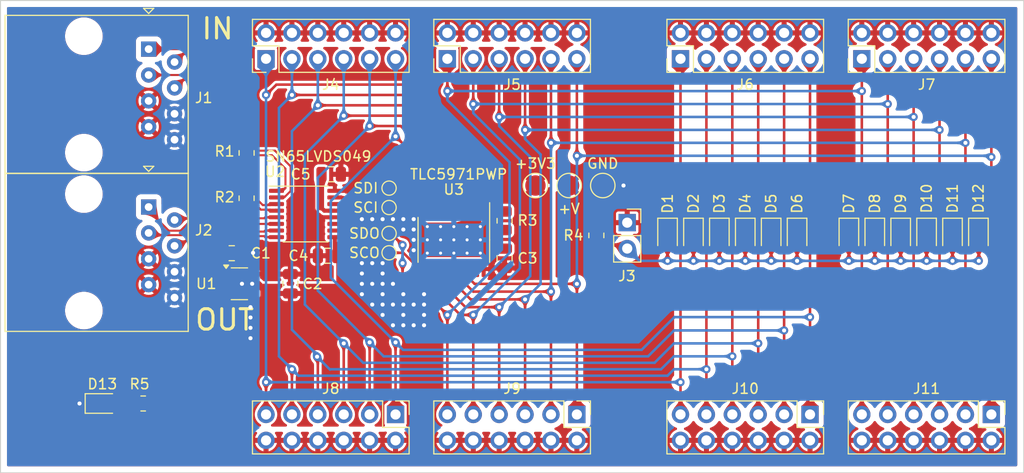
<source format=kicad_pcb>
(kicad_pcb (version 20240108) (generator "pcbnew") (generator_version "8.0")
  (layers (0 "F.Cu" signal) (31 "B.Cu" signal) (34 "B.Paste" user) (35 "F.Paste" user) (36 "B.SilkS" user "B.Silkscreen") (37 "F.SilkS" user "F.Silkscreen") (38 "B.Mask" user) (39 "F.Mask" user) (44 "Edge.Cuts" user))
  (net 0 "")
  (net 1 "+3V3")
  (net 2 "GND")
  (net 3 "Net-(D1-A)")
  (net 4 "/Din_P")
  (net 5 "/Din_N")
  (net 6 "/Cin_P")
  (net 7 "/Cin_N")
  (net 8 "/Dout_N")
  (net 9 "/Dout_P")
  (net 10 "/Cout_N")
  (net 11 "/Cout_P")
  (net 12 "Net-(D2-K)")
  (net 13 "Net-(D3-K)")
  (net 14 "Net-(D4-K)")
  (net 15 "Net-(D5-K)")
  (net 16 "Net-(D6-K)")
  (net 17 "Net-(D7-K)")
  (net 18 "Net-(D8-K)")
  (net 19 "Net-(D9-K)")
  (net 20 "Net-(D10-K)")
  (net 21 "Net-(D1-K)")
  (net 22 "Net-(D11-K)")
  (net 23 "Net-(D12-K)")
  (net 24 "Net-(D13-A)")
  (net 25 "+12V")
  (net 26 "Net-(U3-IREF)")
  (net 28 "Net-(U2-DIN2)")
  (net 29 "Net-(U2-DIN1)")
  (net 30 "Net-(U2-ROUT2)")
  (net 31 "Net-(U2-ROUT1)")
  (footprint "LED_SMD:LED_0805_2012Metric" (layer "F.Cu") (at 162.56 91 -90)
    (property "Reference" "D3")
    (property "Value" "LED")
  )
  (footprint "Capacitor_SMD:C_0805_2012Metric" (layer "F.Cu") (at 141.5 93.25 90)
    (property "Reference" "C3")
    (property "Value" "100nF")
  )
  (footprint "Connector_RJ:RJ45_Amphenol_54602-x08_Horizontal" (layer "F.Cu") (at 106.6 88.2175 -90)
    (property "Reference" "J2")
    (property "Value" "RJ45")
  )
  (footprint "LED_SMD:LED_0805_2012Metric" (layer "F.Cu") (at 185.42 91 -90)
    (property "Reference" "D11")
    (property "Value" "LED")
  )
  (footprint "Capacitor_SMD:C_0805_2012Metric" (layer "F.Cu") (at 124.5 85 180)
    (property "Reference" "C5")
    (property "Value" "4nF")
  )
  (footprint "LED_SMD:LED_0805_2012Metric" (layer "F.Cu") (at 167.64 91 -90)
    (property "Reference" "D5")
    (property "Value" "LED")
  )
  (footprint "Connector_PinSocket_2.54mm:PinSocket_1x02_P2.54mm_Vertical" (layer "F.Cu") (at 153.525 89.75)
    (property "Reference" "J3")
    (property "Value" "Conn_01x02_Pin")
  )
  (footprint "Connector_PinHeader_2.54mm:PinHeader_2x06_P2.54mm_Vertical" (layer "F.Cu") (at 189.23 108.58 -90)
    (property "Reference" "J11")
    (property "Value" "Conn_02x06_Odd_Even" (hide yes))
  )
  (footprint "LED_SMD:LED_0805_2012Metric" (layer "F.Cu") (at 160.02 91 -90)
    (property "Reference" "D2")
    (property "Value" "LED")
  )
  (footprint "TestPoint:TestPoint_Pad_D2.0mm" (layer "F.Cu") (at 144.526 86.106)
    (property "Reference" "+3V3")
    (property "Value" "TestPoint_Pad_D2.0mm")
  )
  (footprint "TestPoint:TestPoint_Pad_D2.0mm" (layer "F.Cu") (at 147.828 86.106)
    (property "Reference" "+V")
    (property "Value" "TestPoint_Pad_D2.0mm")
  )
  (footprint "LED_SMD:LED_0805_2012Metric" (layer "F.Cu") (at 102.0625 107.5)
    (property "Reference" "D13")
    (property "Value" "LED" (hide yes))
  )
  (footprint "Connector_PinHeader_2.54mm:PinHeader_2x06_P2.54mm_Vertical" (layer "F.Cu") (at 135.89 73.665 90)
    (property "Reference" "J5")
    (property "Value" "Conn_02x06_Odd_Even" (hide yes))
  )
  (footprint "Connector_RJ:RJ45_Amphenol_54602-x08_Horizontal" (layer "F.Cu") (at 106.6 72.7175 -90)
    (property "Reference" "J1")
    (property "Value" "RJ45")
  )
  (footprint "Connector_PinHeader_2.54mm:PinHeader_2x06_P2.54mm_Vertical" (layer "F.Cu") (at 176.53 73.665 90)
    (property "Reference" "J7")
    (property "Value" "Conn_02x06_Odd_Even" (hide yes))
  )
  (footprint "Resistor_SMD:R_0805_2012Metric" (layer "F.Cu") (at 116.205 82.9075 -90)
    (property "Reference" "R1")
    (property "Value" "100")
  )
  (footprint "Connector_PinHeader_2.54mm:PinHeader_2x06_P2.54mm_Vertical" (layer "F.Cu") (at 158.75 73.665 90)
    (property "Reference" "J6")
    (property "Value" "Conn_02x06_Odd_Even" (hide yes))
  )
  (footprint "Connector_PinHeader_2.54mm:PinHeader_2x06_P2.54mm_Vertical" (layer "F.Cu") (at 118.11 73.665 90)
    (property "Reference" "J4")
    (property "Value" "Conn_02x06_Odd_Even" (hide yes))
  )
  (footprint "LED_SMD:LED_0805_2012Metric" (layer "F.Cu") (at 177.8 91 -90)
    (property "Reference" "D8")
    (property "Value" "LED")
  )
  (footprint "LED_SMD:LED_0805_2012Metric" (layer "F.Cu") (at 157.48 91 -90)
    (property "Reference" "D1")
    (property "Value" "LED")
  )
  (footprint "Capacitor_SMD:C_0805_2012Metric" (layer "F.Cu") (at 114.75 92.75)
    (property "Reference" "C1")
    (property "Value" "1uF")
  )
  (footprint "LED_SMD:LED_0805_2012Metric" (layer "F.Cu") (at 175.26 91 -90)
    (property "Reference" "D7")
    (property "Value" "LED")
  )
  (footprint "Resistor_SMD:R_0805_2012Metric" (layer "F.Cu") (at 116.205 87.3525 90)
    (property "Reference" "R2")
    (property "Value" "100")
  )
  (footprint "TestPoint:TestPoint_Pad_D1.0mm" (layer "F.Cu") (at 130.175 88.265)
    (property "Reference" "SCI")
    (property "Value" "TestPoint_Pad_D1.0mm")
  )
  (footprint "Connector_PinHeader_2.54mm:PinHeader_2x06_P2.54mm_Vertical" (layer "F.Cu") (at 130.81 108.58 -90)
    (property "Reference" "J8")
    (property "Value" "Conn_02x06_Odd_Even" (hide yes))
  )
  (footprint "Connector_PinHeader_2.54mm:PinHeader_2x06_P2.54mm_Vertical" (layer "F.Cu") (at 171.45 108.58 -90)
    (property "Reference" "J10")
    (property "Value" "Conn_02x06_Odd_Even" (hide yes))
  )
  (footprint "TestPoint:TestPoint_Pad_D2.0mm" (layer "F.Cu") (at 151.13 86.106)
    (property "Reference" "GND")
    (property "Value" "TestPoint_Pad_D2.0mm")
  )
  (footprint "Capacitor_SMD:C_0805_2012Metric" (layer "F.Cu") (at 120.5 95.75 -90)
    (property "Reference" "C2")
    (property "Value" "10uF")
  )
  (footprint "Resistor_SMD:R_0805_2012Metric" (layer "F.Cu") (at 141.5 89.565 -90)
    (property "Reference" "R3")
    (property "Value" "2k4")
  )
  (footprint "TestPoint:TestPoint_Pad_D1.0mm" (layer "F.Cu") (at 130.175 90.805)
    (property "Reference" "SDO")
    (property "Value" "TestPoint_Pad_D1.0mm")
  )
  (footprint "Package_TO_SOT_SMD:SOT-23-5" (layer "F.Cu") (at 115.5 95.75)
    (property "Reference" "U1")
    (property "Value" "LP2985-33DBVR")
  )
  (footprint "TestPoint:TestPoint_Pad_D1.0mm" (layer "F.Cu") (at 130.175 86.36)
    (property "Reference" "SDI")
    (property "Value" "TestPoint_Pad_D1.0mm")
  )
  (footprint "Package_SO:HTSSOP-20-1EP_4.4x6.5mm_P0.65mm_EP3.4x6.5mm_Mask2.75x3.43mm_ThermalVias" (layer "F.Cu") (at 136.525 91.44 -90)
    (property "Reference" "U3")
    (property "Value" "TLC5971PWP")
  )
  (footprint "LED_SMD:LED_0805_2012Metric" (layer "F.Cu") (at 165.1 91 -90)
    (property "Reference" "D4")
    (property "Value" "LED")
  )
  (footprint "LED_SMD:LED_0805_2012Metric" (layer "F.Cu") (at 180.34 91 -90)
    (property "Reference" "D9")
    (property "Value" "LED")
  )
  (footprint "LED_SMD:LED_0805_2012Metric" (layer "F.Cu") (at 182.88 91 -90)
    (property "Reference" "D10")
    (property "Value" "LED")
  )
  (footprint "TestPoint:TestPoint_Pad_D1.0mm" (layer "F.Cu") (at 130.175 92.71)
    (property "Reference" "SCO")
    (property "Value" "TestPoint_Pad_D1.0mm")
  )
  (footprint "Capacitor_SMD:C_0805_2012Metric" (layer "F.Cu") (at 124.145 93)
    (property "Reference" "C4")
    (property "Value" "100nF")
  )
  (footprint "Connector_PinHeader_2.54mm:PinHeader_2x06_P2.54mm_Vertical" (layer "F.Cu") (at 148.59 108.58 -90)
    (property "Reference" "J9")
    (property "Value" "Conn_02x06_Odd_Even" (hide yes))
  )
  (footprint "Package_SO:TSSOP-16_4.4x5mm_P0.65mm" (layer "F.Cu") (at 121.995 88.9)
    (property "Reference" "U2")
    (property "Value" "SN65LVDS049")
  )
  (footprint "LED_SMD:LED_0805_2012Metric" (layer "F.Cu") (at 170.18 91 -90)
    (property "Reference" "D6")
    (property "Value" "LED")
  )
  (footprint "LED_SMD:LED_0805_2012Metric" (layer "F.Cu") (at 187.96 91 -90)
    (property "Reference" "D12")
    (property "Value" "LED")
  )
  (footprint "Resistor_SMD:R_0805_2012Metric" (layer "F.Cu") (at 106.065 107.5 180)
    (property "Reference" "R5")
    (property "Value" "2k")
  )
  (footprint "Resistor_SMD:R_0805_2012Metric" (layer "F.Cu") (at 150.5 91 90)
    (property "Reference" "R4")
    (property "Value" "0")
  )
  (gr_line (start 92.075 67.945) (end 92.71 67.945) (stroke (width 0.1)) (layer "Edge.Cuts"))
  (gr_line (start 192.405 114.3) (end 92.075 114.3) (stroke (width 0.1)) (layer "Edge.Cuts"))
  (gr_line (start 192.405 67.945) (end 192.405 114.3) (stroke (width 0.1)) (layer "Edge.Cuts"))
  (gr_line (start 92.075 114.3) (end 92.075 67.945) (stroke (width 0.1)) (layer "Edge.Cuts"))
  (gr_line (start 92.71 67.945) (end 192.405 67.945) (stroke (width 0.1)) (layer "Edge.Cuts"))
  (gr_text "IN" (at 111.633 71.882 0) (layer "F.SilkS") (effects (font (size 2 2) (thickness 0.3) (bold yes)) (justify left bottom)))
  (gr_text "OUT" (at 110.998 100.457 0) (layer "F.SilkS") (effects (font (size 2 2) (thickness 0.3) (bold yes)) (justify left bottom)))
  (segment (start 141.3975 94.3025) (end 141.5 94.2) (width 0.25) (layer "F.Cu") (net 1))
  (segment (start 124.8575 91.175) (end 124.8575 92.7625) (width 0.4) (layer "F.Cu") (net 2))
  (segment (start 138.8 89.815) (end 139.125 90.14) (width 0.25) (layer "F.Cu") (net 2))
  (segment (start 139.125 90.14) (end 139.125 90.4775) (width 0.25) (layer "F.Cu") (net 2))
  (segment (start 139.125 90.4775) (end 141.605 90.4775) (width 0.4) (layer "F.Cu") (net 2))
  (segment (start 153.162 86.106) (end 151.13 86.106) (width 0.4) (layer "F.Cu") (net 2))
  (segment (start 123.825 88.575) (end 124.8575 88.575) (width 0.4) (layer "F.Cu") (net 2))
  (segment (start 115.575 95.925) (end 115.75 95.75) (width 0.4) (layer "F.Cu") (net 2))
  (segment (start 116.5 98) (end 116.493026 98) (width 0.4) (layer "F.Cu") (net 2))
  (segment (start 109.1725 94.6) (end 109.14 94.5675) (width 0.25) (layer "F.Cu") (net 2))
  (segment (start 116.493026 98) (end 115.575 97.081974) (width 0.4) (layer "F.Cu") (net 2))
  (segment (start 123.5 88.25) (end 123.825 88.575) (width 0.4) (layer "F.Cu") (net 2))
  (segment (start 124.8575 92.7625) (end 125.095 93) (width 0.4) (layer "F.Cu") (net 2))
  (segment (start 116.75 95.75) (end 117.34 95.75) (width 0.6) (layer "F.Cu") (net 2))
  (segment (start 115.575 97.081974) (end 115.575 95.925) (width 0.4) (layer "F.Cu") (net 2))
  (segment (start 115.5 95.5) (end 115.5 92.95) (width 0.5) (layer "F.Cu") (net 2))
  (segment (start 116.84 92.71) (end 115.74 92.71) (width 0.5) (layer "F.Cu") (net 2))
  (segment (start 139.125 92.3) (end 141.5 92.3) (width 0.4) (layer "F.Cu") (net 2))
  (segment (start 123.5 85.05) (end 123.5 88.25) (width 0.6) (layer "F.Cu") (net 2))
  (segment (start 117.34 95.75) (end 117.856 96.266) (width 0.6) (layer "F.Cu") (net 2))
  (segment (start 123.55 85) (end 123.5 85.05) (width 0.6) (layer "F.Cu") (net 2))
  (segment (start 115.75 95.75) (end 116.75 95.75) (width 0.6) (layer "F.Cu") (net 2))
  (segment (start 115.5 92.95) (end 115.7 92.75) (width 0.5) (layer "F.Cu") (net 2))
  (segment (start 115.74 92.71) (end 115.7 92.75) (width 0.4) (layer "F.Cu") (net 2))
  (segment (start 101.125 107.5) (end 99.822 107.5) (width 0.25) (layer "F.Cu") (net 2))
  (segment (start 138.8 88.5775) (end 138.8 89.815) (width 0.25) (layer "F.Cu") (net 2))
  (segment (start 125.1 93.005) (end 125.095 93) (width 0.25) (layer "F.Cu") (net 2))
  (segment (start 114.3625 95.75) (end 115.75 95.75) (width 0.6) (layer "F.Cu") (net 2))
  (segment (start 139.125 92.74) (end 139.125 92.3) (width 0.25) (layer "F.Cu") (net 2))
  (via (at 129.54 95.758) (size 0.8) (drill 0.4) (layers "F.Cu" "B.Cu") (net 2))
  (via (at 116.84 92.71) (size 0.8) (drill 0.4) (layers "F.Cu" "B.Cu") (net 2))
  (via (at 131.572 97.79) (size 0.8) (drill 0.4) (layers "F.Cu" "B.Cu") (net 2))
  (via (at 128.524 97.79) (size 0.8) (drill 0.4) (layers "F.Cu" "B.Cu") (net 2))
  (via (at 127.508 93.726) (size 0.8) (drill 0.4) (layers "F.Cu" "B.Cu") (net 2))
  (via (at 132.588 99.822) (size 0.8) (drill 0.4) (layers "F.Cu" "B.Cu") (net 2))
  (via (at 130.556 95.758) (size 0.8) (drill 0.4) (layers "F.Cu" "B.Cu") (net 2))
  (via (at 127.508 94.742) (size 0.8) (drill 0.4) (layers "F.Cu" "B.Cu") (net 2))
  (via (at 131.572 98.806) (size 0.8) (drill 0.4) (layers "F.Cu" "B.Cu") (net 2))
  (via (at 116.586 101.092) (size 0.8) (drill 0.4) (layers "F.Cu" "B.Cu") (net 2))
  (via (at 116.586 99.06) (size 0.8) (drill 0.4) (layers "F.Cu" "B.Cu") (net 2))
  (via (at 129.54 97.79) (size 0.8) (drill 0.4) (layers "F.Cu" "B.Cu") (net 2))
  (via (at 127.508 89.408) (size 0.8) (drill 0.4) (layers "F.Cu" "B.Cu") (net 2))
  (via (at 129.54 94.742) (size 0.8) (drill 0.4) (layers "F.Cu" "B.Cu") (net 2))
  (via (at 130.556 99.822) (size 0.8) (drill 0.4) (layers "F.Cu" "B.Cu") (net 2))
  (via (at 131.572 99.822) (size 0.8) (drill 0.4) (layers "F.Cu" "B.Cu") (net 2))
  (via (at 127.508 96.774) (size 0.8) (drill 0.4) (layers "F.Cu" "B.Cu") (net 2))
  (via (at 131.572 89.408) (size 0.8) (drill 0.4) (layers "F.Cu" "B.Cu") (net 2))
  (via (at 133.604 97.79) (size 0.8) (drill 0.4) (layers "F.Cu" "B.Cu") (net 2))
  (via (at 128.524 95.758) (size 0.8) (drill 0.4) (layers "F.Cu" "B.Cu") (net 2))
  (via (at 133.604 98.806) (size 0.8) (drill 0.4) (layers "F.Cu" "B.Cu") (net 2))
  (via (at 129.54 98.806) (size 0.8) (drill 0.4) (layers "F.Cu" "B.Cu") (net 2))
  (via (at 127.508 95.758) (size 0.8) (drill 0.4) (layers "F.Cu" "B.Cu") (net 2))
  (via (at 99.822 107.5) (size 0.8) (drill 0.4) (layers "F.Cu" "B.Cu") (net 2))
  (via (at 130.556 97.79) (size 0.8) (drill 0.4) (layers "F.Cu" "B.Cu") (net 2))
  (via (at 133.604 96.774) (size 0.8) (drill 0.4) (layers "F.Cu" "B.Cu") (net 2))
  (via (at 116.75 95.75) (size 0.8) (drill 0.4) (layers "F.Cu" "B.Cu") (net 2))
  (via (at 129.54 96.774) (size 0.8) (drill 0.4) (layers "F.Cu" "B.Cu") (net 2))
  (via (at 133.604 99.822) (size 0.8) (drill 0.4) (layers "F.Cu" "B.Cu") (net 2))
  (via (at 129.54 93.726) (size 0.8) (drill 0.4) (layers "F.Cu" "B.Cu") (net 2))
  (via (at 132.588 92.456) (size 0.8) (drill 0.4) (layers "F.Cu" "B.Cu") (net 2))
  (via (at 128.524 89.408) (size 0.8) (drill 0.4) (layers "F.Cu" "B.Cu") (net 2))
  (via (at 153.162 86.106) (size 0.8) (drill 0.4) (layers "F.Cu" "B.Cu") (net 2))
  (via (at 131.572 96.774) (size 0.8) (drill 0.4) (layers "F.Cu" "B.Cu") (net 2))
  (via (at 116.586 100.076) (size 0.8) (drill 0.4) (layers "F.Cu" "B.Cu") (net 2))
  (via (at 128.524 93.726) (size 0.8) (drill 0.4) (layers "F.Cu" "B.Cu") (net 2))
  (via (at 116.586 98.044) (size 0.8) (drill 0.4) (layers "F.Cu" "B.Cu") (net 2))
  (via (at 115.75 95.75) (size 0.8) (drill 0.4) (layers "F.Cu" "B.Cu") (net 2))
  (via (at 130.556 89.408) (size 0.8) (drill 0.4) (layers "F.Cu" "B.Cu") (net 2))
  (via (at 131.572 90.424) (size 0.8) (drill 0.4) (layers "F.Cu" "B.Cu") (net 2))
  (via (at 132.588 97.79) (size 0.8) (drill 0.4) (layers "F.Cu" "B.Cu") (net 2))
  (via (at 132.588 91.44) (size 0.8) (drill 0.4) (layers "F.Cu" "B.Cu") (net 2))
  (via (at 129.54 89.408) (size 0.8) (drill 0.4) (layers "F.Cu" "B.Cu") (net 2))
  (via (at 132.588 90.424) (size 0.8) (drill 0.4) (layers "F.Cu" "B.Cu") (net 2))
  (via (at 132.588 89.408) (size 0.8) (drill 0.4) (layers "F.Cu" "B.Cu") (net 2))
  (segment (start 157.48 93.5) (end 157.48 91.9375) (width 0.25) (layer "F.Cu") (net 3))
  (segment (start 175.26 93.5) (end 175.26 91.9375) (width 0.25) (layer "F.Cu") (net 3))
  (segment (start 160.02 93.5) (end 160.02 91.9375) (width 0.25) (layer "F.Cu") (net 3))
  (segment (start 188 91.9775) (end 187.96 91.9375) (width 0.25) (layer "F.Cu") (net 3))
  (segment (start 180.34 93.5) (end 180.34 91.9375) (width 0.25) (layer "F.Cu") (net 3))
  (segment (start 167.64 93.5) (end 167.64 91.9375) (width 0.25) (layer "F.Cu") (net 3))
  (segment (start 150.5 91.9125) (end 153.1475 91.9125) (width 0.25) (layer "F.Cu") (net 3))
  (segment (start 185.42 93.5) (end 185.42 91.9375) (width 0.25) (layer "F.Cu") (net 3))
  (segment (start 182.88 93.5) (end 182.88 91.9375) (width 0.25) (layer "F.Cu") (net 3))
  (segment (start 177.8 93.5) (end 177.8 91.9375) (width 0.25) (layer "F.Cu") (net 3))
  (segment (start 162.56 93.5) (end 162.56 91.9375) (width 0.25) (layer "F.Cu") (net 3))
  (segment (start 165.1 93.5) (end 165.1 91.9375) (width 0.25) (layer "F.Cu") (net 3))
  (segment (start 153.1475 91.9125) (end 153.525 92.29) (width 0.25) (layer "F.Cu") (net 3))
  (segment (start 170.18 93.5) (end 170.18 91.9375) (width 0.25) (layer "F.Cu") (net 3))
  (segment (start 188 93.5) (end 188 91.9775) (width 0.25) (layer "F.Cu") (net 3))
  (via (at 167.64 93.5) (size 0.8) (drill 0.4) (layers "F.Cu" "B.Cu") (net 3))
  (via (at 170.18 93.5) (size 0.8) (drill 0.4) (layers "F.Cu" "B.Cu") (net 3))
  (via (at 162.56 93.5) (size 0.8) (drill 0.4) (layers "F.Cu" "B.Cu") (net 3))
  (via (at 182.88 93.5) (size 0.8) (drill 0.4) (layers "F.Cu" "B.Cu") (net 3))
  (via (at 177.8 93.5) (size 0.8) (drill 0.4) (layers "F.Cu" "B.Cu") (net 3))
  (via (at 160.02 93.5) (size 0.8) (drill 0.4) (layers "F.Cu" "B.Cu") (net 3))
  (via (at 165.1 93.5) (size 0.8) (drill 0.4) (layers "F.Cu" "B.Cu") (net 3))
  (via (at 175.26 93.5) (size 0.8) (drill 0.4) (layers "F.Cu" "B.Cu") (net 3))
  (via (at 188 93.5) (size 0.8) (drill 0.4) (layers "F.Cu" "B.Cu") (net 3))
  (via (at 180.34 93.5) (size 0.8) (drill 0.4) (layers "F.Cu" "B.Cu") (net 3))
  (via (at 185.42 93.5) (size 0.8) (drill 0.4) (layers "F.Cu" "B.Cu") (net 3))
  (via (at 157.48 93.5) (size 0.8) (drill 0.4) (layers "F.Cu" "B.Cu") (net 3))
  (segment (start 154.735 93.5) (end 157.48 93.5) (width 0.25) (layer "B.Cu") (net 3))
  (segment (start 170.18 93.5) (end 175.26 93.5) (width 0.25) (layer "B.Cu") (net 3))
  (segment (start 167.64 93.5) (end 170.18 93.5) (width 0.25) (layer "B.Cu") (net 3))
  (segment (start 182.88 93.5) (end 185.42 93.5) (width 0.25) (layer "B.Cu") (net 3))
  (segment (start 185.42 93.5) (end 188 93.5) (width 0.25) (layer "B.Cu") (net 3))
  (segment (start 165.1 93.5) (end 167.64 93.5) (width 0.25) (layer "B.Cu") (net 3))
  (segment (start 177.8 93.5) (end 180.34 93.5) (width 0.25) (layer "B.Cu") (net 3))
  (segment (start 162.56 93.5) (end 165.1 93.5) (width 0.25) (layer "B.Cu") (net 3))
  (segment (start 153.525 92.29) (end 154.735 93.5) (width 0.25) (layer "B.Cu") (net 3))
  (segment (start 175.26 93.5) (end 177.8 93.5) (width 0.25) (layer "B.Cu") (net 3))
  (segment (start 160.02 93.5) (end 162.56 93.5) (width 0.25) (layer "B.Cu") (net 3))
  (segment (start 157.48 93.5) (end 160.02 93.5) (width 0.25) (layer "B.Cu") (net 3))
  (segment (start 180.34 93.5) (end 182.88 93.5) (width 0.25) (layer "B.Cu") (net 3))
  (segment (start 110.916821 72.7175) (end 113.566693 75.367372) (width 0.2) (layer "F.Cu") (net 4))
  (segment (start 116.205 81.995) (end 116.3925 81.995) (width 0.2) (layer "F.Cu") (net 4))
  (segment (start 114.6237 82.6825) (end 115.33 82.6825) (width 0.2) (layer "F.Cu") (net 4))
  (segment (start 118.980391 82.6825) (end 120.523 84.225109) (width 0.2) (layer "F.Cu") (net 4))
  (segment (start 117.08 82.6825) (end 118.980391 82.6825) (width 0.2) (layer "F.Cu") (net 4))
  (segment (start 113.566693 75.367372) (end 113.566693 81.625493) (width 0.2) (layer "F.Cu") (net 4))
  (segment (start 120.523 84.225109) (end 120.523 86.6461) (width 0.2) (layer "F.Cu") (net 4))
  (segment (start 116.205 81.995) (end 115.957499 81.995) (width 0.2) (layer "F.Cu") (net 4))
  (segment (start 116.3925 81.995) (end 117.08 82.6825) (width 0.2) (layer "F.Cu") (net 4))
  (segment (start 119.8941 87.275) (end 119.1325 87.275) (width 0.2) (layer "F.Cu") (net 4))
  (segment (start 120.523 86.6461) (end 119.8941 87.275) (width 0.2) (layer "F.Cu") (net 4))
  (segment (start 113.566693 81.625493) (end 114.6237 82.6825) (width 0.2) (layer "F.Cu") (net 4))
  (segment (start 115.33 82.6825) (end 116.0175 81.995) (width 0.2) (layer "F.Cu") (net 4))
  (segment (start 106.6 72.7175) (end 110.916821 72.7175) (width 0.2) (layer "F.Cu") (net 4))
  (segment (start 116.0175 81.995) (end 116.205 81.995) (width 0.2) (layer "F.Cu") (net 4))
  (segment (start 117.08 83.1325) (end 118.6925 83.1325) (width 0.2) (layer "F.Cu") (net 5))
  (segment (start 113.116693 81.811893) (end 114.4373 83.1325) (width 0.2) (layer "F.Cu") (net 5))
  (segment (start 116.205 83.82) (end 115.951 83.82) (width 0.2) (layer "F.Cu") (net 5))
  (segment (start 109.959999 73.167501) (end 110.730422 73.167501) (width 0.2) (layer "F.Cu") (net 5))
  (segment (start 113.116693 75.553772) (end 113.116693 81.811893) (width 0.2) (layer "F.Cu") (net 5))
  (segment (start 118.6925 83.1325) (end 120.015 84.455) (width 0.2) (layer "F.Cu") (net 5))
  (segment (start 120.015 86.36) (end 119.75 86.625) (width 0.2) (layer "F.Cu") (net 5))
  (segment (start 116.0175 83.82) (end 116.205 83.82) (width 0.2) (layer "F.Cu") (net 5))
  (segment (start 116.205 83.82) (end 116.3925 83.82) (width 0.2) (layer "F.Cu") (net 5))
  (segment (start 116.3925 83.82) (end 117.08 83.1325) (width 0.2) (layer "F.Cu") (net 5))
  (segment (start 115.33 83.1325) (end 116.0175 83.82) (width 0.2) (layer "F.Cu") (net 5))
  (segment (start 109.14 73.9875) (end 109.959999 73.167501) (width 0.2) (layer "F.Cu") (net 5))
  (segment (start 110.730422 73.167501) (end 113.116693 75.553772) (width 0.2) (layer "F.Cu") (net 5))
  (segment (start 114.4373 83.1325) (end 115.33 83.1325) (width 0.2) (layer "F.Cu") (net 5))
  (segment (start 120.015 84.455) (end 120.015 86.36) (width 0.2) (layer "F.Cu") (net 5))
  (segment (start 119.75 86.625) (end 119.1325 86.625) (width 0.2) (layer "F.Cu") (net 5))
  (segment (start 117.393603 88.265) (end 116.205 88.265) (width 0.2) (layer "F.Cu") (net 6))
  (segment (start 116.515 88.575) (end 116.205 88.265) (width 0.25) (layer "F.Cu") (net 6))
  (segment (start 111.662 86.3262) (end 112.9133 87.5775) (width 0.2) (layer "F.Cu") (net 6))
  (segment (start 117.603603 88.475) (end 117.393603 88.265) (width 0.2) (layer "F.Cu") (net 6))
  (segment (start 115.33 87.5775) (end 116.0175 88.265) (width 0.2) (layer "F.Cu") (net 6))
  (segment (start 109.14 76.5275) (end 109.959999 75.707501) (width 0.2) (layer "F.Cu") (net 6))
  (segment (start 116.0175 88.265) (end 116.205 88.265) (width 0.2) (layer "F.Cu") (net 6))
  (segment (start 119.1325 88.575) (end 118.595 88.575) (width 0.2) (layer "F.Cu") (net 6))
  (segment (start 112.9133 87.5775) (end 115.33 87.5775) (width 0.2) (layer "F.Cu") (net 6))
  (segment (start 118.595 88.575) (end 118.495 88.475) (width 0.2) (layer "F.Cu") (net 6))
  (segment (start 110.321301 75.707501) (end 111.662 77.0482) (width 0.2) (layer "F.Cu") (net 6))
  (segment (start 118.495 88.475) (end 117.603603 88.475) (width 0.2) (layer "F.Cu") (net 6))
  (segment (start 111.662 77.0482) (end 111.662 86.3262) (width 0.2) (layer "F.Cu") (net 6))
  (segment (start 109.959999 75.707501) (end 110.321301 75.707501) (width 0.2) (layer "F.Cu") (net 6))
  (segment (start 112.112 86.1398) (end 113.0997 87.1275) (width 0.2) (layer "F.Cu") (net 7))
  (segment (start 115.725 86.44) (end 116.205 86.44) (width 0.25) (layer "F.Cu") (net 7))
  (segment (start 110.5077 75.2575) (end 112.112 76.8618) (width 0.2) (layer "F.Cu") (net 7))
  (segment (start 112.112 76.8618) (end 112.112 86.1398) (width 0.2) (layer "F.Cu") (net 7))
  (segment (start 118.495 88.025) (end 117.79 88.025) (width 0.2) (layer "F.Cu") (net 7))
  (segment (start 113.0997 87.1275) (end 115.33 87.1275) (width 0.2) (layer "F.Cu") (net 7))
  (segment (start 118.595 87.925) (end 118.495 88.025) (width 0.2) (layer "F.Cu") (net 7))
  (segment (start 119.1325 87.925) (end 118.595 87.925) (width 0.2) (layer "F.Cu") (net 7))
  (segment (start 115.33 87.1275) (end 116.0175 86.44) (width 0.2) (layer "F.Cu") (net 7))
  (segment (start 116.0175 86.44) (end 116.205 86.44) (width 0.2) (layer "F.Cu") (net 7))
  (segment (start 106.6 75.2575) (end 110.5077 75.2575) (width 0.2) (layer "F.Cu") (net 7))
  (segment (start 117.79 88.025) (end 116.205 86.44) (width 0.2) (layer "F.Cu") (net 7))
  (segment (start 118.026249 89.225) (end 117.926249 89.325) (width 0.2) (layer "F.Cu") (net 8))
  (segment (start 109.3025 89.325) (end 109.14 89.4875) (width 0.2) (layer "F.Cu") (net 8))
  (segment (start 119.1325 89.225) (end 119.0325 89.325) (width 0.2) (layer "F.Cu") (net 8))
  (segment (start 119.1325 89.225) (end 118.026249 89.225) (width 0.2) (layer "F.Cu") (net 8))
  (segment (start 117.926249 89.325) (end 109.3025 89.325) (width 0.2) (layer "F.Cu") (net 8))
  (segment (start 106.6 88.566) (end 108.5715 90.5375) (width 0.2) (layer "F.Cu") (net 9))
  (segment (start 108.5715 90.5375) (end 109.7275 90.5375) (width 0.2) (layer "F.Cu") (net 9))
  (segment (start 109.7275 90.5375) (end 110.39 89.875) (width 0.2) (layer "F.Cu") (net 9))
  (segment (start 110.39 89.875) (end 119.1325 89.875) (width 0.2) (layer "F.Cu") (net 9))
  (segment (start 106.6 88.2175) (end 106.6 88.566) (width 0.2) (layer "F.Cu") (net 9))
  (segment (start 118.026249 90.525) (end 117.926249 90.625) (width 0.2) (layer "F.Cu") (net 10))
  (segment (start 110.416 90.625) (end 110.0635 90.9775) (width 0.2) (layer "F.Cu") (net 10))
  (segment (start 119.1325 90.525) (end 118.026249 90.525) (width 0.2) (layer "F.Cu") (net 10))
  (segment (start 117.926249 90.625) (end 110.416 90.625) (width 0.2) (layer "F.Cu") (net 10))
  (segment (start 106.82 90.9775) (end 106.6 90.7575) (width 0.2) (layer "F.Cu") (net 10))
  (segment (start 110.0635 90.9775) (end 106.82 90.9775) (width 0.2) (layer "F.Cu") (net 10))
  (segment (start 110.728 91.075) (end 109.7755 92.0275) (width 0.2) (layer "F.Cu") (net 11))
  (segment (start 118.026249 91.175) (end 117.926249 91.075) (width 0.2) (layer "F.Cu") (net 11))
  (segment (start 119.1325 91.175) (end 118.026249 91.175) (width 0.2) (layer "F.Cu") (net 11))
  (segment (start 109.7755 92.0275) (end 109.14 92.0275) (width 0.2) (layer "F.Cu") (net 11))
  (segment (start 117.926249 91.075) (end 110.728 91.075) (width 0.2) (layer "F.Cu") (net 11))
  (segment (start 160.02 90.0625) (end 161.2275 90.0625) (width 0.25) (layer "F.Cu") (net 12))
  (segment (start 120.65 107.95) (end 120.65 104.14) (width 0.25) (layer "F.Cu") (net 12))
  (segment (start 137.5 82.636) (end 137.5 88.5775) (width 0.25) (layer "F.Cu") (net 12))
  (segment (start 161.29 88.9) (end 161.29 74.295) (width 0.25) (layer "F.Cu") (net 12))
  (segment (start 120.65 77.216) (end 132.08 77.216) (width 0.25) (layer "F.Cu") (net 12))
  (segment (start 161.29 107.95) (end 161.29 90) (width 0.25) (layer "F.Cu") (net 12))
  (segment (start 161.2275 90.0625) (end 161.29 90) (width 0.25) (layer "F.Cu") (net 12))
  (segment (start 132.08 77.216) (end 137.5 82.636) (width 0.25) (layer "F.Cu") (net 12))
  (segment (start 161.29 90) (end 161.29 88.9) (width 0.25) (layer "F.Cu") (net 12))
  (via (at 120.65 77.216) (size 0.8) (drill 0.4) (layers "F.Cu" "B.Cu") (net 12))
  (via (at 120.65 104.14) (size 0.8) (drill 0.4) (layers "F.Cu" "B.Cu") (net 12))
  (via (at 161.29 104.14) (size 0.8) (drill 0.4) (layers "F.Cu" "B.Cu") (net 12))
  (segment (start 120.65 104.14) (end 121.285 104.775) (width 0.25) (layer "B.Cu") (net 12))
  (segment (start 121.285 104.775) (end 157.48 104.775) (width 0.25) (layer "B.Cu") (net 12))
  (segment (start 157.48 104.775) (end 158.115 104.14) (width 0.25) (layer "B.Cu") (net 12))
  (segment (start 119.38 78.486) (end 119.38 102.87) (width 0.25) (layer "B.Cu") (net 12))
  (segment (start 158.115 104.14) (end 161.29 104.14) (width 0.25) (layer "B.Cu") (net 12))
  (segment (start 120.65 77.216) (end 119.38 78.486) (width 0.25) (layer "B.Cu") (net 12))
  (segment (start 119.38 102.87) (end 120.65 104.14) (width 0.25) (layer "B.Cu") (net 12))
  (segment (start 120.65 77.216) (end 120.65 74.295) (width 0.25) (layer "B.Cu") (net 12))
  (segment (start 123.19 102.9825) (end 123.115 102.9075) (width 0.25) (layer "F.Cu") (net 13))
  (segment (start 163.83 107.95) (end 163.83 90) (width 0.25) (layer "F.Cu") (net 13))
  (segment (start 163.83 90) (end 163.83 88.9) (width 0.25) (layer "F.Cu") (net 13))
  (segment (start 162.56 90.0625) (end 163.7675 90.0625) (width 0.25) (layer "F.Cu") (net 13))
  (segment (start 123.19 78.486) (end 123.444 78.232) (width 0.25) (layer "F.Cu") (net 13))
  (segment (start 163.7675 90.0625) (end 163.83 90) (width 0.25) (layer "F.Cu") (net 13))
  (segment (start 131.826 78.232) (end 136.85 83.256) (width 0.25) (layer "F.Cu") (net 13))
  (segment (start 123.19 107.95) (end 123.19 102.945) (width 0.25) (layer "F.Cu") (net 13))
  (segment (start 123.444 78.232) (end 131.826 78.232) (width 0.25) (layer "F.Cu") (net 13))
  (segment (start 163.83 88.9) (end 163.83 74.295) (width 0.25) (layer "F.Cu") (net 13))
  (segment (start 136.85 83.256) (end 136.85 88.5775) (width 0.25) (layer "F.Cu") (net 13))
  (segment (start 123.19 78.232) (end 123.19 78.486) (width 0.25) (layer "F.Cu") (net 13))
  (via (at 163.83 102.87) (size 0.8) (drill 0.4) (layers "F.Cu" "B.Cu") (net 13))
  (via (at 123.19 78.232) (size 0.8) (drill 0.4) (layers "F.Cu" "B.Cu") (net 13))
  (via (at 123.115 102.9075) (size 0.8) (drill 0.4) (layers "F.Cu" "B.Cu") (net 13))
  (segment (start 120.65 80.772) (end 120.65 100.255) (width 0.25) (layer "B.Cu") (net 13))
  (segment (start 124.385 104.1775) (end 123.115 102.9075) (width 0.25) (layer "B.Cu") (net 13))
  (segment (start 123.19 74.295) (end 123.19 78.232) (width 0.25) (layer "B.Cu") (net 13))
  (segment (start 156.844651 104.14) (end 124.385 104.14) (width 0.25) (layer "B.Cu") (net 13))
  (segment (start 158.114651 102.87) (end 156.844651 104.14) (width 0.25) (layer "B.Cu") (net 13))
  (segment (start 123.115 102.9075) (end 123.19 102.8325) (width 0.25) (layer "B.Cu") (net 13))
  (segment (start 163.83 102.87) (end 158.114651 102.87) (width 0.25) (layer "B.Cu") (net 13))
  (segment (start 123.19 78.232) (end 120.65 80.772) (width 0.25) (layer "B.Cu") (net 13))
  (segment (start 120.65 100.255) (end 123.19 102.795) (width 0.25) (layer "B.Cu") (net 13))
  (segment (start 166.37 88.9) (end 166.37 74.295) (width 0.25) (layer "F.Cu") (net 14))
  (segment (start 136.2 83.876) (end 136.2 88.5775) (width 0.25) (layer "F.Cu") (net 14))
  (segment (start 165.1 90.0625) (end 166.3075 90.0625) (width 0.25) (layer "F.Cu") (net 14))
  (segment (start 125.73 79.248) (end 131.572 79.248) (width 0.25) (layer "F.Cu") (net 14))
  (segment (start 166.3075 90.0625) (end 166.37 90) (width 0.25) (layer "F.Cu") (net 14))
  (segment (start 166.37 90) (end 166.37 88.9) (width 0.25) (layer "F.Cu") (net 14))
  (segment (start 131.572 79.248) (end 136.2 83.876) (width 0.25) (layer "F.Cu") (net 14))
  (segment (start 166.37 107.95) (end 166.37 90) (width 0.25) (layer "F.Cu") (net 14))
  (segment (start 125.73 107.95) (end 125.73 101.6) (width 0.25) (layer "F.Cu") (net 14))
  (via (at 125.73 79.248) (size 0.8) (drill 0.4) (layers "F.Cu" "B.Cu") (net 14))
  (via (at 166.37 101.6) (size 0.8) (drill 0.4) (layers "F.Cu" "B.Cu") (net 14))
  (via (at 125.73 101.6) (size 0.8) (drill 0.4) (layers "F.Cu" "B.Cu") (net 14))
  (segment (start 121.92 97.79) (end 125.73 101.6) (width 0.25) (layer "B.Cu") (net 14))
  (segment (start 166.37 101.6) (end 158.115 101.6) (width 0.25) (layer "B.Cu") (net 14))
  (segment (start 158.115 101.6) (end 156.21 103.505) (width 0.25) (layer "B.Cu") (net 14))
  (segment (start 127.635 103.505) (end 125.73 101.6) (width 0.25) (layer "B.Cu") (net 14))
  (segment (start 125.73 74.295) (end 125.73 79.248) (width 0.25) (layer "B.Cu") (net 14))
  (segment (start 156.21 103.505) (end 127.635 103.505) (width 0.25) (layer "B.Cu") (net 14))
  (segment (start 121.92 83.058) (end 121.92 97.79) (width 0.25) (layer "B.Cu") (net 14))
  (segment (start 125.73 79.248) (end 121.92 83.058) (width 0.25) (layer "B.Cu") (net 14))
  (segment (start 168.8475 90.0625) (end 168.91 90) (width 0.25) (layer "F.Cu") (net 15))
  (segment (start 131.318 80.264) (end 135.55 84.496) (width 0.25) (layer "F.Cu") (net 15))
  (segment (start 167.64 90.0625) (end 168.8475 90.0625) (width 0.25) (layer "F.Cu") (net 15))
  (segment (start 168.91 90) (end 168.91 107.95) (width 0.25) (layer "F.Cu") (net 15))
  (segment (start 168.91 88.9) (end 168.91 90) (width 0.25) (layer "F.Cu") (net 15))
  (segment (start 128.27 80.264) (end 131.318 80.264) (width 0.25) (layer "F.Cu") (net 15))
  (segment (start 128.27 107.95) (end 128.27 101.5) (width 0.25) (layer "F.Cu") (net 15))
  (segment (start 168.91 74.295) (end 168.91 88.9) (width 0.25) (layer "F.Cu") (net 15))
  (segment (start 135.55 84.496) (end 135.55 88.5775) (width 0.25) (layer "F.Cu") (net 15))
  (via (at 128.27 101.5) (size 0.8) (drill 0.4) (layers "F.Cu" "B.Cu") (net 15))
  (via (at 168.91 100.33) (size 0.8) (drill 0.4) (layers "F.Cu" "B.Cu") (net 15))
  (via (at 128.27 80.264) (size 0.8) (drill 0.4) (layers "F.Cu" "B.Cu") (net 15))
  (segment (start 158.115 100.33) (end 168.91 100.33) (width 0.25) (layer "B.Cu") (net 15))
  (segment (start 128.27 80.264) (end 123.19 85.344) (width 0.25) (layer "B.Cu") (net 15))
  (segment (start 123.19 96.42) (end 128.27 101.5) (width 0.25) (layer "B.Cu") (net 15))
  (segment (start 128.27 101.5) (end 129.64 102.87) (width 0.25) (layer "B.Cu") (net 15))
  (segment (start 128.27 80.264) (end 128.27 74.295) (width 0.25) (layer "B.Cu") (net 15))
  (segment (start 129.64 102.87) (end 155.575 102.87) (width 0.25) (layer "B.Cu") (net 15))
  (segment (start 155.575 102.87) (end 158.115 100.33) (width 0.25) (layer "B.Cu") (net 15))
  (segment (start 123.19 85.344) (end 123.19 96.42) (width 0.25) (layer "B.Cu") (net 15))
  (segment (start 171.3875 90.0625) (end 171.45 90) (width 0.25) (layer "F.Cu") (net 16))
  (segment (start 171.45 88.9) (end 171.45 90) (width 0.25) (layer "F.Cu") (net 16))
  (segment (start 170.18 90.0625) (end 171.3875 90.0625) (width 0.25) (layer "F.Cu") (net 16))
  (segment (start 130.81 81.28) (end 134.9 85.37) (width 0.25) (layer "F.Cu") (net 16))
  (segment (start 134.9 85.37) (end 134.9 88.5775) (width 0.25) (layer "F.Cu") (net 16))
  (segment (start 130.81 107.95) (end 130.81 101.5) (width 0.25) (layer "F.Cu") (net 16))
  (segment (start 171.45 90) (end 171.45 107.95) (width 0.25) (layer "F.Cu") (net 16))
  (segment (start 171.45 74.295) (end 171.45 88.9) (width 0.25) (layer "F.Cu") (net 16))
  (via (at 130.81 101.5) (size 0.8) (drill 0.4) (layers "F.Cu" "B.Cu") (net 16))
  (via (at 171.45 99.0225) (size 0.8) (drill 0.4) (layers "F.Cu" "B.Cu") (net 16))
  (via (at 130.81 81.28) (size 0.8) (drill 0.4) (layers "F.Cu" "B.Cu") (net 16))
  (segment (start 124.46 87.63) (end 124.46 95.15) (width 0.25) (layer "B.Cu") (net 16))
  (segment (start 130.81 74.295) (end 130.81 81.28) (width 0.25) (layer "B.Cu") (net 16))
  (segment (start 124.46 95.15) (end 130.81 101.5) (width 0.25) (layer "B.Cu") (net 16))
  (segment (start 130.81 81.28) (end 124.46 87.63) (width 0.25) (layer "B.Cu") (net 16))
  (segment (start 131.545 102.235) (end 154.94 102.235) (width 0.25) (layer "B.Cu") (net 16))
  (segment (start 154.94 102.235) (end 158.1525 99.0225) (width 0.25) (layer "B.Cu") (net 16))
  (segment (start 130.81 101.5) (end 131.545 102.235) (width 0.25) (layer "B.Cu") (net 16))
  (segment (start 158.1525 99.0225) (end 171.45 99.0225) (width 0.25) (layer "B.Cu") (net 16))
  (segment (start 134.9 97.816) (end 134.9 94.3025) (width 0.25) (layer "F.Cu") (net 17))
  (segment (start 135.89 98.806) (end 135.89 107.95) (width 0.25) (layer "F.Cu") (net 17))
  (segment (start 176.53 74.295) (end 176.53 88.9) (width 0.25) (layer "F.Cu") (net 17))
  (segment (start 176.53 88.9) (end 176.53 90) (width 0.25) (layer "F.Cu") (net 17))
  (segment (start 175.26 90.0625) (end 176.4675 90.0625) (width 0.25) (layer "F.Cu") (net 17))
  (segment (start 135.89 98.806) (end 134.9 97.816) (width 0.25) (layer "F.Cu") (net 17))
  (segment (start 176.53 90) (end 176.53 107.95) (width 0.25) (layer "F.Cu") (net 17))
  (segment (start 176.4675 90.0625) (end 176.53 90) (width 0.25) (layer "F.Cu") (net 17))
  (segment (start 135.89 76.835) (end 135.89 74.295) (width 0.25) (layer "F.Cu") (net 17))
  (via (at 135.89 98.806) (size 0.8) (drill 0.4) (layers "F.Cu" "B.Cu") (net 17))
  (via (at 135.89 76.835) (size 0.8) (drill 0.4) (layers "F.Cu" "B.Cu") (net 17))
  (via (at 176.53 76.835) (size 0.8) (drill 0.4) (layers "F.Cu" "B.Cu") (net 17))
  (segment (start 141.986 92.71) (end 141.986 83.82) (width 0.25) (layer "B.Cu") (net 17))
  (segment (start 135.89 76.835) (end 176.53 76.835) (width 0.25) (layer "B.Cu") (net 17))
  (segment (start 135.89 77.724) (end 135.89 76.835) (width 0.25) (layer "B.Cu") (net 17))
  (segment (start 141.986 83.82) (end 135.89 77.724) (width 0.25) (layer "B.Cu") (net 17))
  (segment (start 135.89 98.806) (end 141.986 92.71) (width 0.25) (layer "B.Cu") (net 17))
  (segment (start 138.43 78.105) (end 138.43 74.295) (width 0.25) (layer "F.Cu") (net 18))
  (segment (start 138.43 98.806) (end 138.43 107.95) (width 0.25) (layer "F.Cu") (net 18))
  (segment (start 179.07 88.9) (end 179.07 107.95) (width 0.25) (layer "F.Cu") (net 18))
  (segment (start 135.55 97.196) (end 135.55 94.3025) (width 0.25) (layer "F.Cu") (net 18))
  (segment (start 179.0075 90.0625) (end 179.07 90) (width 0.25) (layer "F.Cu") (net 18))
  (segment (start 138.43 98.806) (end 137.16 98.806) (width 0.25) (layer "F.Cu") (net 18))
  (segment (start 179.07 74.295) (end 179.07 88.9) (width 0.25) (layer "F.Cu") (net 18))
  (segment (start 177.8 90.0625) (end 179.0075 90.0625) (width 0.25) (layer "F.Cu") (net 18))
  (segment (start 137.16 98.806) (end 135.55 97.196) (width 0.25) (layer "F.Cu") (net 18))
  (via (at 138.43 98.806) (size 0.8) (drill 0.4) (layers "F.Cu" "B.Cu") (net 18))
  (via (at 138.43 78.105) (size 0.8) (drill 0.4) (layers "F.Cu" "B.Cu") (net 18))
  (via (at 179.07 78.105) (size 0.8) (drill 0.4) (layers "F.Cu" "B.Cu") (net 18))
  (segment (start 179.07 78.105) (end 138.43 78.105) (width 0.25) (layer "B.Cu") (net 18))
  (segment (start 143.002 94.234) (end 143.002 83.566) (width 0.25) (layer "B.Cu") (net 18))
  (segment (start 138.43 78.994) (end 138.43 78.105) (width 0.25) (layer "B.Cu") (net 18))
  (segment (start 138.43 98.806) (end 143.002 94.234) (width 0.25) (layer "B.Cu") (net 18))
  (segment (start 143.002 83.566) (end 138.43 78.994) (width 0.25) (layer "B.Cu") (net 18))
  (segment (start 136.2 96.576) (end 136.2 94.3025) (width 0.25) (layer "F.Cu") (net 19))
  (segment (start 181.61 88.9) (end 181.61 90) (width 0.25) (layer "F.Cu") (net 19))
  (segment (start 181.61 74.295) (end 181.61 88.9) (width 0.25) (layer "F.Cu") (net 19))
  (segment (start 140.97 98.044) (end 140.97 107.95) (width 0.25) (layer "F.Cu") (net 19))
  (segment (start 181.61 90) (end 181.61 107.95) (width 0.25) (layer "F.Cu") (net 19))
  (segment (start 181.5475 90.0625) (end 181.61 90) (width 0.25) (layer "F.Cu") (net 19))
  (segment (start 137.668 98.044) (end 136.2 96.576) (width 0.25) (layer "F.Cu") (net 19))
  (segment (start 140.97 98.044) (end 137.668 98.044) (width 0.25) (layer "F.Cu") (net 19))
  (segment (start 140.97 79.375) (end 140.97 74.295) (width 0.25) (layer "F.Cu") (net 19))
  (segment (start 180.34 90.0625) (end 181.5475 90.0625) (width 0.25) (layer "F.Cu") (net 19))
  (via (at 140.97 98.044) (size 0.8) (drill 0.4) (layers "F.Cu" "B.Cu") (net 19))
  (via (at 140.97 79.375) (size 0.8) (drill 0.4) (layers "F.Cu" "B.Cu") (net 19))
  (via (at 181.61 79.375) (size 0.8) (drill 0.4) (layers "F.Cu" "B.Cu") (net 19))
  (segment (start 144.018 94.996) (end 144.018 83.312) (width 0.25) (layer "B.Cu") (net 19))
  (segment (start 140.97 80.264) (end 140.97 79.375) (width 0.25) (layer "B.Cu") (net 19))
  (segment (start 181.61 79.375) (end 140.97 79.375) (width 0.25) (layer "B.Cu") (net 19))
  (segment (start 144.018 83.312) (end 140.97 80.264) (width 0.25) (layer "B.Cu") (net 19))
  (segment (start 140.97 98.044) (end 144.018 94.996) (width 0.25) (layer "B.Cu") (net 19))
  (segment (start 138.176 97.282) (end 136.85 95.956) (width 0.25) (layer "F.Cu") (net 20))
  (segment (start 184.15 74.295) (end 184.15 88.9) (width 0.25) (layer "F.Cu") (net 20))
  (segment (start 184.0875 90.0625) (end 184.15 90) (width 0.25) (layer "F.Cu") (net 20))
  (segment (start 143.51 97.282) (end 138.176 97.282) (width 0.25) (layer "F.Cu") (net 20))
  (segment (start 184.15 88.9) (end 184.15 90) (width 0.25) (layer "F.Cu") (net 20))
  (segment (start 184.15 90) (end 184.15 107.95) (width 0.25) (layer "F.Cu") (net 20))
  (segment (start 143.51 97.282) (end 143.51 107.95) (width 0.25) (layer "F.Cu") (net 20))
  (segment (start 136.85 95.956) (end 136.85 94.3025) (width 0.25) (layer "F.Cu") (net 20))
  (segment (start 143.51 80.645) (end 143.51 74.295) (width 0.25) (layer "F.Cu") (net 20))
  (segment (start 182.88 90.0625) (end 184.0875 90.0625) (width 0.25) (layer "F.Cu") (net 20))
  (via (at 184.15 80.645) (size 0.8) (drill 0.4) (layers "F.Cu" "B.Cu") (net 20))
  (via (at 143.51 80.645) (size 0.8) (drill 0.4) (layers "F.Cu" "B.Cu") (net 20))
  (via (at 143.51 97.282) (size 0.8) (drill 0.4) (layers "F.Cu" "B.Cu") (net 20))
  (segment (start 145.034 83.058) (end 143.51 81.534) (width 0.25) (layer "B.Cu") (net 20))
  (segment (start 143.51 80.645) (end 184.15 80.645) (width 0.25) (layer "B.Cu") (net 20))
  (segment (start 143.51 81.534) (end 143.51 80.645) (width 0.25) (layer "B.Cu") (net 20))
  (segment (start 145.034 95.758) (end 145.034 83.058) (width 0.25) (layer "B.Cu") (net 20))
  (segment (start 143.51 97.282) (end 145.034 95.758) (width 0.25) (layer "B.Cu") (net 20))
  (segment (start 119.126 76.2) (end 132.334 76.2) (width 0.25) (layer "F.Cu") (net 21))
  (segment (start 118.11 107.95) (end 118.11 105.41) (width 0.25) (layer "F.Cu") (net 21))
  (segment (start 158.6875 90.0625) (end 158.75 90) (width 0.25) (layer "F.Cu") (net 21))
  (segment (start 158.75 107.95) (end 158.75 90) (width 0.25) (layer "F.Cu") (net 21))
  (segment (start 158.75 88.9) (end 158.75 74.295) (width 0.25) (layer "F.Cu") (net 21))
  (segment (start 118.11 77.216) (end 119.126 76.2) (width 0.25) (layer "F.Cu") (net 21))
  (segment (start 157.48 90.0625) (end 158.6875 90.0625) (width 0.25) (layer "F.Cu") (net 21))
  (segment (start 132.334 76.2) (end 138.15 82.016) (width 0.25) (layer "F.Cu") (net 21))
  (segment (start 158.75 90) (end 158.75 88.9) (width 0.25) (layer "F.Cu") (net 21))
  (segment (start 138.15 82.016) (end 138.15 88.5775) (width 0.25) (layer "F.Cu") (net 21))
  (via (at 118.11 77.216) (size 0.8) (drill 0.4) (layers "F.Cu" "B.Cu") (net 21))
  (via (at 118.11 105.41) (size 0.8) (drill 0.4) (layers "F.Cu" "B.Cu") (net 21))
  (via (at 158.75 105.41) (size 0.8) (drill 0.4) (layers "F.Cu" "B.Cu") (net 21))
  (segment (start 158.75 105.41) (end 118.11 105.41) (width 0.25) (layer "B.Cu") (net 21))
  (segment (start 118.11 74.295) (end 118.11 105.41) (width 0.25) (layer "B.Cu") (net 21))
  (segment (start 186.6275 90.0625) (end 186.69 90) (width 0.25) (layer "F.Cu") (net 22))
  (segment (start 146.05 96.52) (end 146.05 107.95) (width 0.25) (layer "F.Cu") (net 22))
  (segment (start 186.69 74.295) (end 186.69 88.9) (width 0.25) (layer "F.Cu") (net 22))
  (segment (start 146.05 81.915) (end 146.05 74.295) (width 0.25) (layer "F.Cu") (net 22))
  (segment (start 146.05 96.52) (end 138.43 96.52) (width 0.25) (layer "F.Cu") (net 22))
  (segment (start 138.43 96.52) (end 137.5 95.59) (width 0.25) (layer "F.Cu") (net 22))
  (segment (start 186.69 90) (end 186.69 107.95) (width 0.25) (layer "F.Cu") (net 22))
  (segment (start 137.5 95.59) (end 137.5 94.3025) (width 0.25) (layer "F.Cu") (net 22))
  (segment (start 186.69 88.9) (end 186.69 90) (width 0.25) (layer "F.Cu") (net 22))
  (segment (start 185.42 90.0625) (end 186.6275 90.0625) (width 0.25) (layer "F.Cu") (net 22))
  (via (at 146.05 81.915) (size 0.8) (drill 0.4) (layers "F.Cu" "B.Cu") (net 22))
  (via (at 146.05 96.52) (size 0.8) (drill 0.4) (layers "F.Cu" "B.Cu") (net 22))
  (via (at 186.69 81.915) (size 0.8) (drill 0.4) (layers "F.Cu" "B.Cu") (net 22))
  (segment (start 146.05 96.52) (end 146.05 81.915) (width 0.25) (layer "B.Cu") (net 22))
  (segment (start 146.05 81.915) (end 186.69 81.915) (width 0.25) (layer "B.Cu") (net 22))
  (segment (start 138.557 95.758) (end 138.15 95.351) (width 0.25) (layer "F.Cu") (net 23))
  (segment (start 189.23 88.9) (end 189.23 90) (width 0.25) (layer "F.Cu") (net 23))
  (segment (start 187.96 90.0625) (end 189.1675 90.0625) (width 0.25) (layer "F.Cu") (net 23))
  (segment (start 148.59 83.185) (end 148.59 74.295) (width 0.25) (layer "F.Cu") (net 23))
  (segment (start 148.59 95.758) (end 138.557 95.758) (width 0.25) (layer "F.Cu") (net 23))
  (segment (start 138.15 95.351) (end 138.15 94.3025) (width 0.25) (layer "F.Cu") (net 23))
  (segment (start 148.59 95.758) (end 148.59 107.95) (width 0.25) (layer "F.Cu") (net 23))
  (segment (start 189.1675 90.0625) (end 189.23 90) (width 0.25) (layer "F.Cu") (net 23))
  (segment (start 189.23 90) (end 189.23 107.95) (width 0.25) (layer "F.Cu") (net 23))
  (segment (start 189.23 74.295) (end 189.23 88.9) (width 0.25) (layer "F.Cu") (net 23))
  (via (at 148.59 95.758) (size 0.8) (drill 0.4) (layers "F.Cu" "B.Cu") (net 23))
  (via (at 148.59 83.185) (size 0.8) (drill 0.4) (layers "F.Cu" "B.Cu") (net 23))
  (via (at 189.23 83.312) (size 0.8) (drill 0.4) (layers "F.Cu" "B.Cu") (net 23))
  (segment (start 148.59 83.185) (end 189.103 83.185) (width 0.25) (layer "B.Cu") (net 23))
  (segment (start 148.59 95.758) (end 148.59 83.185) (width 0.25) (layer "B.Cu") (net 23))
  (segment (start 189.103 83.185) (end 189.23 83.312) (width 0.25) (layer "B.Cu") (net 23))
  (segment (start 103 107.5) (end 105.1525 107.5) (width 0.2) (layer "F.Cu") (net 24))
  (segment (start 139.45 88.5775) (end 141.53 88.5775) (width 0.4) (layer "F.Cu") (net 26))
  (segment (start 141.53 88.5775) (end 141.605 88.6525) (width 0.25) (layer "F.Cu") (net 26))
  (segment (start 130.357 90.805) (end 127.6625 90.805) (width 0.25) (layer "F.Cu") (net 28))
  (segment (start 132 95.75) (end 133.883021 95.75) (width 0.25) (layer "F.Cu") (net 28))
  (segment (start 134.3075 94.3025) (end 134.25 94.3025) (width 0.25) (layer "F.Cu") (net 28))
  (segment (start 131.5 91.948) (end 130.357 90.805) (width 0.25) (layer "F.Cu") (net 28))
  (segment (start 126.7325 89.875) (end 124.8575 89.875) (width 0.25) (layer "F.Cu") (net 28))
  (segment (start 134.25 95.383021) (end 134.25 94.3025) (width 0.25) (layer "F.Cu") (net 28))
  (segment (start 131.5 95.25) (end 132 95.75) (width 0.25) (layer "F.Cu") (net 28))
  (segment (start 133.883021 95.75) (end 134.25 95.383021) (width 0.25) (layer "F.Cu") (net 28))
  (segment (start 131.5 93.726) (end 131.5 95.25) (width 0.25) (layer "F.Cu") (net 28))
  (segment (start 127.6625 90.805) (end 126.7325 89.875) (width 0.25) (layer "F.Cu") (net 28))
  (via (at 131.5 91.948) (size 0.8) (drill 0.4) (layers "F.Cu" "B.Cu") (net 28))
  (via (at 131.5 93.726) (size 0.8) (drill 0.4) (layers "F.Cu" "B.Cu") (net 28))
  (segment (start 131.5 91.948) (end 131.5 93.726) (width 0.25) (layer "B.Cu") (net 28))
  (segment (start 128.4325 92.71) (end 130.175 92.71) (width 0.25) (layer "F.Cu") (net 29))
  (segment (start 131.572 92.71) (end 133.1645 94.3025) (width 0.25) (layer "F.Cu") (net 29))
  (segment (start 130.175 92.71) (end 131.572 92.71) (width 0.25) (layer "F.Cu") (net 29))
  (segment (start 124.8575 90.525) (end 126.2475 90.525) (width 0.25) (layer "F.Cu") (net 29))
  (segment (start 126.2475 90.525) (end 128.4325 92.71) (width 0.25) (layer "F.Cu") (net 29))
  (segment (start 133.1645 94.3025) (end 133.6 94.3025) (width 0.25) (layer "F.Cu") (net 29))
  (segment (start 130.175 88.265) (end 132.77625 88.265) (width 0.25) (layer "F.Cu") (net 30))
  (segment (start 128.6425 88.265) (end 130.175 88.265) (width 0.25) (layer "F.Cu") (net 30))
  (segment (start 132.77625 88.265) (end 133.08875 88.5775) (width 0.25) (layer "F.Cu") (net 30))
  (segment (start 128.3025 87.925) (end 128.6425 88.265) (width 0.25) (layer "F.Cu") (net 30))
  (segment (start 133.08875 88.5775) (end 133.6 88.5775) (width 0.25) (layer "F.Cu") (net 30))
  (segment (start 124.8575 87.925) (end 128.3025 87.925) (width 0.25) (layer "F.Cu") (net 30))
  (segment (start 130.175 86.36) (end 132.771041 86.36) (width 0.25) (layer "F.Cu") (net 31))
  (segment (start 128.225 87.275) (end 129.14 86.36) (width 0.25) (layer "F.Cu") (net 31))
  (segment (start 132.771041 86.36) (end 134.25 87.838959) (width 0.25) (layer "F.Cu") (net 31))
  (segment (start 134.25 87.838959) (end 134.25 88.5775) (width 0.25) (layer "F.Cu") (net 31))
  (segment (start 124.8575 87.275) (end 128.225 87.275) (width 0.25) (layer "F.Cu") (net 31))
  (segment (start 129.14 86.36) (end 130.175 86.36) (width 0.25) (layer "F.Cu") (net 31))
  (zone (net 1) (net_name "+3V3") (layer "F.Cu") (priority 2) (connect_pads (clearance 0.25)) (min_thickness 0.25) (fill yes (thermal_gap 0.25) (thermal_bridge_width 0.5))
    (polygon (pts (xy 115.5 72.5) (xy 146 72.5) (xy 146 109.771) (xy 115.5 109.771)))
  )
  (zone (net 2) (net_name "GND") (layer "F.Cu") (priority 3) (connect_pads (clearance 0.25)) (min_thickness 0.25) (fill yes (thermal_gap 0.25) (thermal_bridge_width 0.5))
    (polygon (pts (xy 135.5 87) (xy 125 87) (xy 125 95.75) (xy 115.5 95.75) (xy 115.5 109.771) (xy 135.5 109.771)))
  )
  (zone (net 25) (net_name "+12V") (layer "F.Cu") (priority 1) (connect_pads (clearance 0.5)) (min_thickness 0.25) (fill yes (thermal_gap 0.25) (thermal_bridge_width 0.5))
    (polygon (pts (xy 92.71 68.58) (xy 191.77 68.58) (xy 191.77 113.665) (xy 92.71 113.665)))
  )
  (zone (net 2) (net_name "GND") (layer "B.Cu") (connect_pads (clearance 0.5)) (min_thickness 0.25) (fill yes (thermal_gap 0.25) (thermal_bridge_width 0.5))
    (polygon (pts (xy 92.71 68.58) (xy 191.77 68.58) (xy 191.77 113.665) (xy 92.71 113.665)))
  )
)
</source>
